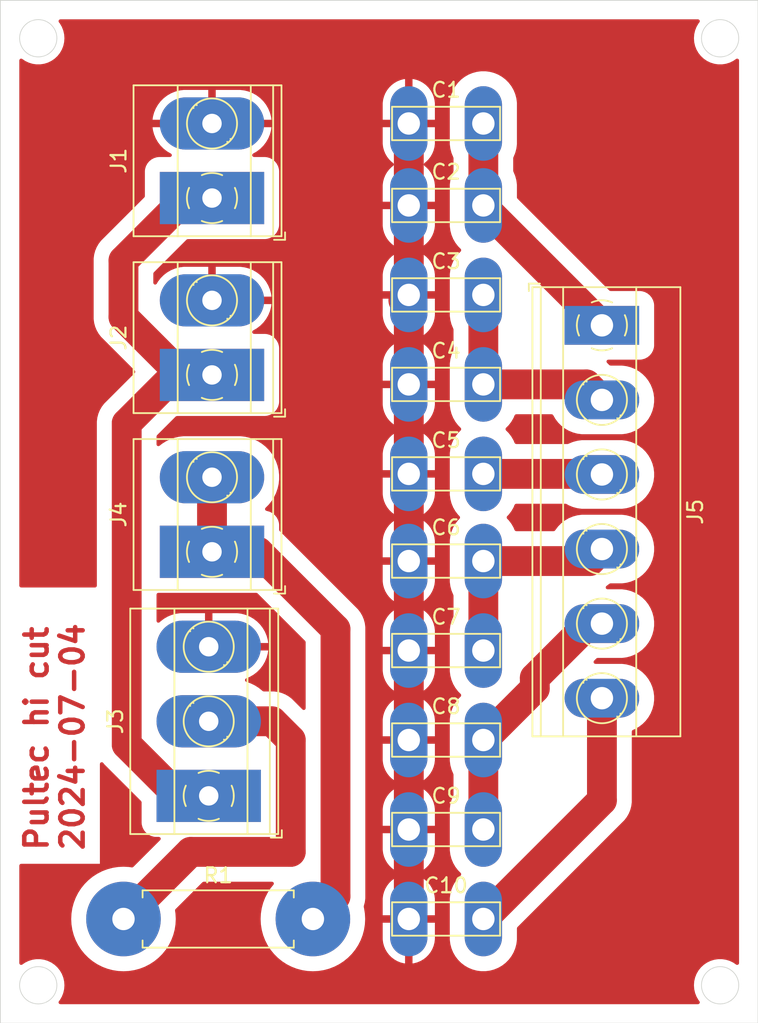
<source format=kicad_pcb>
(kicad_pcb (version 20240108) (generator "pcbnew") (generator_version "8.0")
  (layers (0 "F.Cu" signal) (31 "B.Cu" signal) (34 "B.Paste" user) (35 "F.Paste" user) (36 "B.SilkS" user "B.Silkscreen") (37 "F.SilkS" user "F.Silkscreen") (38 "B.Mask" user) (39 "F.Mask" user) (44 "Edge.Cuts" user))
  (net 0 "")
  (net 1 "Net-(J5-Pin_1)")
  (net 2 "GND")
  (net 3 "Net-(J5-Pin_2)")
  (net 4 "Net-(J5-Pin_3)")
  (net 5 "Net-(J5-Pin_4)")
  (net 6 "Net-(J5-Pin_5)")
  (net 7 "Net-(J5-Pin_6)")
  (net 8 "Net-(J1-Pin_1)")
  (net 9 "Net-(J3-Pin_2)")
  (net 10 "Net-(J4-Pin_1)")
  (footprint "OL Library:C_Rect_L7.0mm_W2.0mm_P5.00mm_Fat_Pad" (layer "F.Cu") (at 133.43 59.185)
    (property "Reference" "C6" (at 2.5 -2.25 0) (layer "F.SilkS"))
    (property "Value" "22n")
    (fp_line (start -1.12 -1.12) (end -1.12 1.12) (stroke (width 0.12)) (layer "F.SilkS"))
    (fp_line (start -1.12 -1.12) (end 6.12 -1.12) (stroke (width 0.12)) (layer "F.SilkS"))
    (fp_line (start -1.12 1.12) (end 6.12 1.12) (stroke (width 0.12)) (layer "F.SilkS"))
    (fp_line (start 6.12 -1.12) (end 6.12 1.12) (stroke (width 0.12)) (layer "F.SilkS"))
    (pad "1" thru_hole oval (at 0 0) (size 2.5 5) (drill 1.5) (layers "*.Cu" "*.Mask") (net 2 "GND"))
    (pad "2" thru_hole oval (at 5 0) (size 2.5 5) (drill 1.5) (layers "*.Cu" "*.Mask") (net 5 "Net-(J5-Pin_4)"))
  )
  (footprint "OL Library:TerminalBlock_Phoenix_MKDS-1,5-2_1x02_P5.00mm_Horizontal Fat Pad" (layer "F.Cu") (at 120.235 58.565 90)
    (property "Reference" "J4" (at 2.5 -6.26 90) (layer "F.SilkS"))
    (property "Value" "Hi Cut Selector Send")
    (fp_line (start 7.56 -5.261) (end 7.56 4.66) (stroke (width 0.12)) (layer "F.SilkS"))
    (fp_line (start -2.56 -5.261) (end 7.56 -5.261) (stroke (width 0.12)) (layer "F.SilkS"))
    (fp_line (start -2.56 -5.261) (end -2.56 4.66) (stroke (width 0.12)) (layer "F.SilkS"))
    (fp_line (start -2.56 -2.301) (end 7.56 -2.301) (stroke (width 0.12)) (layer "F.SilkS"))
    (fp_line (start 6.07 -1.275) (end 6.035 -1.239) (stroke (width 0.12)) (layer "F.SilkS"))
    (fp_line (start 6.275 -1.069) (end 6.228 -1.023) (stroke (width 0.12)) (layer "F.SilkS"))
    (fp_line (start 3.773 1.023) (end 3.726 1.069) (stroke (width 0.12)) (layer "F.SilkS"))
    (fp_line (start 3.966 1.239) (end 3.931 1.274) (stroke (width 0.12)) (layer "F.SilkS"))
    (fp_line (start -2.56 2.6) (end 7.56 2.6) (stroke (width 0.12)) (layer "F.SilkS"))
    (fp_line (start -2.56 4.1) (end 7.56 4.1) (stroke (width 0.12)) (layer "F.SilkS"))
    (fp_line (start -2.8 4.16) (end -2.8 4.9) (stroke (width 0.12)) (layer "F.SilkS"))
    (fp_line (start -2.56 4.66) (end 7.56 4.66) (stroke (width 0.12)) (layer "F.SilkS"))
    (fp_line (start -2.8 4.9) (end -2.3 4.9) (stroke (width 0.12)) (layer "F.SilkS"))
    (fp_arc (start -0.683042 -1.535427) (mid 0.000524 -1.680501) (end 0.684 -1.535) (stroke (width 0.12)) (layer "F.SilkS"))
    (fp_arc (start 1.535427 -0.683042) (mid 1.680501 0.000524) (end 1.535 0.684) (stroke (width 0.12)) (layer "F.SilkS"))
    (fp_arc (start -1.535427 0.683042) (mid -1.680501 -0.000524) (end -1.535 -0.684) (stroke (width 0.12)) (layer "F.SilkS"))
    (fp_arc (start 0.683318 1.534756) (mid 0.349292 1.643288) (end 0 1.68) (stroke (width 0.12)) (layer "F.SilkS"))
    (fp_arc (start 0.028805 1.680253) (mid -0.335551 1.646659) (end -0.684 1.535) (stroke (width 0.12)) (layer "F.SilkS"))
    (fp_circle (center 5 0) (end 6.68 0) (stroke (width 0.12)) (fill none) (layer "F.SilkS"))
    (pad "1" thru_hole rect (at 0 0 90) (size 3.5 7) (drill 1.3) (layers "*.Cu" "*.Mask") (net 10 "Net-(J4-Pin_1)"))
    (pad "2" thru_hole oval (at 5 0 90) (size 3.5 7) (drill 1.3) (layers "*.Cu" "*.Mask") (net 10 "Net-(J4-Pin_1)"))
  )
  (footprint "OL Library:TerminalBlock_Phoenix_MKDS-1,5-2_1x02_P5.00mm_Horizontal Fat Pad" (layer "F.Cu") (at 120.235 46.705 90)
    (property "Reference" "J2" (at 2.5 -6.26 90) (layer "F.SilkS"))
    (property "Value" "OUT")
    (fp_line (start 7.56 -5.261) (end 7.56 4.66) (stroke (width 0.12)) (layer "F.SilkS"))
    (fp_line (start -2.56 -5.261) (end 7.56 -5.261) (stroke (width 0.12)) (layer "F.SilkS"))
    (fp_line (start -2.56 -5.261) (end -2.56 4.66) (stroke (width 0.12)) (layer "F.SilkS"))
    (fp_line (start -2.56 -2.301) (end 7.56 -2.301) (stroke (width 0.12)) (layer "F.SilkS"))
    (fp_line (start 6.07 -1.275) (end 6.035 -1.239) (stroke (width 0.12)) (layer "F.SilkS"))
    (fp_line (start 6.275 -1.069) (end 6.228 -1.023) (stroke (width 0.12)) (layer "F.SilkS"))
    (fp_line (start 3.773 1.023) (end 3.726 1.069) (stroke (width 0.12)) (layer "F.SilkS"))
    (fp_line (start 3.966 1.239) (end 3.931 1.274) (stroke (width 0.12)) (layer "F.SilkS"))
    (fp_line (start -2.56 2.6) (end 7.56 2.6) (stroke (width 0.12)) (layer "F.SilkS"))
    (fp_line (start -2.56 4.1) (end 7.56 4.1) (stroke (width 0.12)) (layer "F.SilkS"))
    (fp_line (start -2.8 4.16) (end -2.8 4.9) (stroke (width 0.12)) (layer "F.SilkS"))
    (fp_line (start -2.56 4.66) (end 7.56 4.66) (stroke (width 0.12)) (layer "F.SilkS"))
    (fp_line (start -2.8 4.9) (end -2.3 4.9) (stroke (width 0.12)) (layer "F.SilkS"))
    (fp_arc (start -0.683042 -1.535427) (mid 0.000524 -1.680501) (end 0.684 -1.535) (stroke (width 0.12)) (layer "F.SilkS"))
    (fp_arc (start 1.535427 -0.683042) (mid 1.680501 0.000524) (end 1.535 0.684) (stroke (width 0.12)) (layer "F.SilkS"))
    (fp_arc (start -1.535427 0.683042) (mid -1.680501 -0.000524) (end -1.535 -0.684) (stroke (width 0.12)) (layer "F.SilkS"))
    (fp_arc (start 0.683318 1.534756) (mid 0.349292 1.643288) (end 0 1.68) (stroke (width 0.12)) (layer "F.SilkS"))
    (fp_arc (start 0.028805 1.680253) (mid -0.335551 1.646659) (end -0.684 1.535) (stroke (width 0.12)) (layer "F.SilkS"))
    (fp_circle (center 5 0) (end 6.68 0) (stroke (width 0.12)) (fill none) (layer "F.SilkS"))
    (pad "1" thru_hole rect (at 0 0 90) (size 3.5 7) (drill 1.3) (layers "*.Cu" "*.Mask") (net 8 "Net-(J1-Pin_1)"))
    (pad "2" thru_hole oval (at 5 0 90) (size 3.5 7) (drill 1.3) (layers "*.Cu" "*.Mask") (net 2 "GND"))
  )
  (footprint "OL Library:C_Rect_L7.0mm_W2.0mm_P5.00mm_Fat_Pad" (layer "F.Cu") (at 133.43 77.185)
    (property "Reference" "C9" (at 2.5 -2.25 0) (layer "F.SilkS"))
    (property "Value" "2n2")
    (fp_line (start -1.12 -1.12) (end -1.12 1.12) (stroke (width 0.12)) (layer "F.SilkS"))
    (fp_line (start -1.12 -1.12) (end 6.12 -1.12) (stroke (width 0.12)) (layer "F.SilkS"))
    (fp_line (start -1.12 1.12) (end 6.12 1.12) (stroke (width 0.12)) (layer "F.SilkS"))
    (fp_line (start 6.12 -1.12) (end 6.12 1.12) (stroke (width 0.12)) (layer "F.SilkS"))
    (pad "1" thru_hole oval (at 0 0) (size 2.5 5) (drill 1.5) (layers "*.Cu" "*.Mask") (net 2 "GND"))
    (pad "2" thru_hole oval (at 5 0) (size 2.5 5) (drill 1.5) (layers "*.Cu" "*.Mask") (net 6 "Net-(J5-Pin_5)"))
  )
  (footprint "OL Library:TerminalBlock_Phoenix_MKDS-1,5-6_1x06_P5.00mm_Horizontal_Fat_Pad" (layer "F.Cu") (at 146.38 43.38 -90)
    (property "Reference" "J5" (at 12.5 -6.26 90) (layer "F.SilkS"))
    (property "Value" "Hi Cut Selector Return")
    (fp_line (start -2.8 4.9) (end -2.3 4.9) (stroke (width 0.12)) (layer "F.SilkS"))
    (fp_line (start -2.56 4.66) (end 27.56 4.66) (stroke (width 0.12)) (layer "F.SilkS"))
    (fp_line (start -2.8 4.16) (end -2.8 4.9) (stroke (width 0.12)) (layer "F.SilkS"))
    (fp_line (start -2.56 4.1) (end 27.56 4.1) (stroke (width 0.12)) (layer "F.SilkS"))
    (fp_line (start -2.56 2.6) (end 27.56 2.6) (stroke (width 0.12)) (layer "F.SilkS"))
    (fp_line (start 3.966 1.239) (end 3.931 1.274) (stroke (width 0.12)) (layer "F.SilkS"))
    (fp_line (start 8.966 1.239) (end 8.931 1.274) (stroke (width 0.12)) (layer "F.SilkS"))
    (fp_line (start 13.966 1.239) (end 13.931 1.274) (stroke (width 0.12)) (layer "F.SilkS"))
    (fp_line (start 18.966 1.239) (end 18.931 1.274) (stroke (width 0.12)) (layer "F.SilkS"))
    (fp_line (start 23.966 1.239) (end 23.931 1.274) (stroke (width 0.12)) (layer "F.SilkS"))
    (fp_line (start 3.773 1.023) (end 3.726 1.069) (stroke (width 0.12)) (layer "F.SilkS"))
    (fp_line (start 8.773 1.023) (end 8.726 1.069) (stroke (width 0.12)) (layer "F.SilkS"))
    (fp_line (start 13.773 1.023) (end 13.726 1.069) (stroke (width 0.12)) (layer "F.SilkS"))
    (fp_line (start 18.773 1.023) (end 18.726 1.069) (stroke (width 0.12)) (layer "F.SilkS"))
    (fp_line (start 23.773 1.023) (end 23.726 1.069) (stroke (width 0.12)) (layer "F.SilkS"))
    (fp_line (start 6.275 -1.069) (end 6.228 -1.023) (stroke (width 0.12)) (layer "F.SilkS"))
    (fp_line (start 11.275 -1.069) (end 11.228 -1.023) (stroke (width 0.12)) (layer "F.SilkS"))
    (fp_line (start 16.275 -1.069) (end 16.228 -1.023) (stroke (width 0.12)) (layer "F.SilkS"))
    (fp_line (start 21.275 -1.069) (end 21.228 -1.023) (stroke (width 0.12)) (layer "F.SilkS"))
    (fp_line (start 26.275 -1.069) (end 26.228 -1.023) (stroke (width 0.12)) (layer "F.SilkS"))
    (fp_line (start 6.07 -1.275) (end 6.035 -1.239) (stroke (width 0.12)) (layer "F.SilkS"))
    (fp_line (start 11.07 -1.275) (end 11.035 -1.239) (stroke (width 0.12)) (layer "F.SilkS"))
    (fp_line (start 16.07 -1.275) (end 16.035 -1.239) (stroke (width 0.12)) (layer "F.SilkS"))
    (fp_line (start 21.07 -1.275) (end 21.035 -1.239) (stroke (width 0.12)) (layer "F.SilkS"))
    (fp_line (start 26.07 -1.275) (end 26.035 -1.239) (stroke (width 0.12)) (layer "F.SilkS"))
    (fp_line (start -2.56 -2.301) (end 27.56 -2.301) (stroke (width 0.12)) (layer "F.SilkS"))
    (fp_line (start -2.56 -5.261) (end -2.56 4.66) (stroke (width 0.12)) (layer "F.SilkS"))
    (fp_line (start -2.56 -5.261) (end 27.56 -5.261) (stroke (width 0.12)) (layer "F.SilkS"))
    (fp_line (start 27.56 -5.261) (end 27.56 4.66) (stroke (width 0.12)) (layer "F.SilkS"))
    (fp_arc (start 0.028805 1.680253) (mid -0.335551 1.646659) (end -0.684 1.535) (stroke (width 0.12)) (layer "F.SilkS"))
    (fp_arc (start 0.683318 1.534756) (mid 0.349292 1.643288) (end 0 1.68) (stroke (width 0.12)) (layer "F.SilkS"))
    (fp_arc (start -1.535427 0.683042) (mid -1.680501 -0.000524) (end -1.535 -0.684) (stroke (width 0.12)) (layer "F.SilkS"))
    (fp_arc (start 1.535427 -0.683042) (mid 1.680501 0.000524) (end 1.535 0.684) (stroke (width 0.12)) (layer "F.SilkS"))
    (fp_arc (start -0.683042 -1.535427) (mid 0.000524 -1.680501) (end 0.684 -1.535) (stroke (width 0.12)) (layer "F.SilkS"))
    (fp_circle (center 5 0) (end 6.68 0) (stroke (width 0.12)) (fill none) (layer "F.SilkS"))
    (fp_circle (center 10 0) (end 11.68 0) (stroke (width 0.12)) (fill none) (layer "F.SilkS"))
    (fp_circle (center 15 0) (end 16.68 0) (stroke (width 0.12)) (fill none) (layer "F.SilkS"))
    (fp_circle (center 20 0) (end 21.68 0) (stroke (width 0.12)) (fill none) (layer "F.SilkS"))
    (fp_circle (center 25 0) (end 26.68 0) (stroke (width 0.12)) (fill none) (layer "F.SilkS"))
    (pad "1" thru_hole rect (at 0 0 270) (size 2.6 5) (drill 1.5) (layers "*.Cu" "*.Mask") (net 1 "Net-(J5-Pin_1)"))
    (pad "2" thru_hole oval (at 5 0 270) (size 2.6 5) (drill 1.5) (layers "*.Cu" "*.Mask") (net 3 "Net-(J5-Pin_2)"))
    (pad "3" thru_hole oval (at 10 0 270) (size 2.6 5) (drill 1.5) (layers "*.Cu" "*.Mask") (net 4 "Net-(J5-Pin_3)"))
    (pad "4" thru_hole oval (at 15 0 270) (size 2.6 5) (drill 1.5) (layers "*.Cu" "*.Mask") (net 5 "Net-(J5-Pin_4)"))
    (pad "5" thru_hole oval (at 20 0 270) (size 2.6 5) (drill 1.5) (layers "*.Cu" "*.Mask") (net 6 "Net-(J5-Pin_5)"))
    (pad "6" thru_hole oval (at 25 0 270) (size 2.6 5) (drill 1.5) (layers "*.Cu" "*.Mask") (net 7 "Net-(J5-Pin_6)"))
  )
  (footprint "OL Library:TerminalBlock_Phoenix_MKDS-1,5-2_1x02_P5.00mm_Horizontal Fat Pad" (layer "F.Cu") (at 120.235 34.845 90)
    (property "Reference" "J1" (at 2.5 -6.26 90) (layer "F.SilkS"))
    (property "Value" "IN")
    (fp_line (start 7.56 -5.261) (end 7.56 4.66) (stroke (width 0.12)) (layer "F.SilkS"))
    (fp_line (start -2.56 -5.261) (end 7.56 -5.261) (stroke (width 0.12)) (layer "F.SilkS"))
    (fp_line (start -2.56 -5.261) (end -2.56 4.66) (stroke (width 0.12)) (layer "F.SilkS"))
    (fp_line (start -2.56 -2.301) (end 7.56 -2.301) (stroke (width 0.12)) (layer "F.SilkS"))
    (fp_line (start 6.07 -1.275) (end 6.035 -1.239) (stroke (width 0.12)) (layer "F.SilkS"))
    (fp_line (start 6.275 -1.069) (end 6.228 -1.023) (stroke (width 0.12)) (layer "F.SilkS"))
    (fp_line (start 3.773 1.023) (end 3.726 1.069) (stroke (width 0.12)) (layer "F.SilkS"))
    (fp_line (start 3.966 1.239) (end 3.931 1.274) (stroke (width 0.12)) (layer "F.SilkS"))
    (fp_line (start -2.56 2.6) (end 7.56 2.6) (stroke (width 0.12)) (layer "F.SilkS"))
    (fp_line (start -2.56 4.1) (end 7.56 4.1) (stroke (width 0.12)) (layer "F.SilkS"))
    (fp_line (start -2.8 4.16) (end -2.8 4.9) (stroke (width 0.12)) (layer "F.SilkS"))
    (fp_line (start -2.56 4.66) (end 7.56 4.66) (stroke (width 0.12)) (layer "F.SilkS"))
    (fp_line (start -2.8 4.9) (end -2.3 4.9) (stroke (width 0.12)) (layer "F.SilkS"))
    (fp_arc (start -0.683042 -1.535427) (mid 0.000524 -1.680501) (end 0.684 -1.535) (stroke (width 0.12)) (layer "F.SilkS"))
    (fp_arc (start 1.535427 -0.683042) (mid 1.680501 0.000524) (end 1.535 0.684) (stroke (width 0.12)) (layer "F.SilkS"))
    (fp_arc (start -1.535427 0.683042) (mid -1.680501 -0.000524) (end -1.535 -0.684) (stroke (width 0.12)) (layer "F.SilkS"))
    (fp_arc (start 0.683318 1.534756) (mid 0.349292 1.643288) (end 0 1.68) (stroke (width 0.12)) (layer "F.SilkS"))
    (fp_arc (start 0.028805 1.680253) (mid -0.335551 1.646659) (end -0.684 1.535) (stroke (width 0.12)) (layer "F.SilkS"))
    (fp_circle (center 5 0) (end 6.68 0) (stroke (width 0.12)) (fill none) (layer "F.SilkS"))
    (pad "1" thru_hole rect (at 0 0 90) (size 3.5 7) (drill 1.3) (layers "*.Cu" "*.Mask") (net 8 "Net-(J1-Pin_1)"))
    (pad "2" thru_hole oval (at 5 0 90) (size 3.5 7) (drill 1.3) (layers "*.Cu" "*.Mask") (net 2 "GND"))
  )
  (footprint "OL Library:C_Rect_L7.0mm_W2.0mm_P5.00mm_Fat_Pad" (layer "F.Cu") (at 133.43 53.34)
    (property "Reference" "C5" (at 2.5 -2.25 0) (layer "F.SilkS"))
    (property "Value" "47n")
    (fp_line (start -1.12 -1.12) (end -1.12 1.12) (stroke (width 0.12)) (layer "F.SilkS"))
    (fp_line (start -1.12 -1.12) (end 6.12 -1.12) (stroke (width 0.12)) (layer "F.SilkS"))
    (fp_line (start -1.12 1.12) (end 6.12 1.12) (stroke (width 0.12)) (layer "F.SilkS"))
    (fp_line (start 6.12 -1.12) (end 6.12 1.12) (stroke (width 0.12)) (layer "F.SilkS"))
    (pad "1" thru_hole oval (at 0 0) (size 2.5 5) (drill 1.5) (layers "*.Cu" "*.Mask") (net 2 "GND"))
    (pad "2" thru_hole oval (at 5 0) (size 2.5 5) (drill 1.5) (layers "*.Cu" "*.Mask") (net 4 "Net-(J5-Pin_3)"))
  )
  (footprint "OL Library:C_Rect_L7.0mm_W2.0mm_P5.00mm_Fat_Pad" (layer "F.Cu") (at 133.43 65.185)
    (property "Reference" "C7" (at 2.5 -2.25 0) (layer "F.SilkS"))
    (property "Value" "10n")
    (fp_line (start -1.12 -1.12) (end -1.12 1.12) (stroke (width 0.12)) (layer "F.SilkS"))
    (fp_line (start -1.12 -1.12) (end 6.12 -1.12) (stroke (width 0.12)) (layer "F.SilkS"))
    (fp_line (start -1.12 1.12) (end 6.12 1.12) (stroke (width 0.12)) (layer "F.SilkS"))
    (fp_line (start 6.12 -1.12) (end 6.12 1.12) (stroke (width 0.12)) (layer "F.SilkS"))
    (pad "1" thru_hole oval (at 0 0) (size 2.5 5) (drill 1.5) (layers "*.Cu" "*.Mask") (net 2 "GND"))
    (pad "2" thru_hole oval (at 5 0) (size 2.5 5) (drill 1.5) (layers "*.Cu" "*.Mask") (net 5 "Net-(J5-Pin_4)"))
  )
  (footprint "OL Library:C_Rect_L7.0mm_W2.0mm_P5.00mm_Fat_Pad" (layer "F.Cu") (at 133.43 41.34)
    (property "Reference" "C3" (at 2.5 -2.25 0) (layer "F.SilkS"))
    (property "Value" "47n")
    (fp_line (start -1.12 -1.12) (end -1.12 1.12) (stroke (width 0.12)) (layer "F.SilkS"))
    (fp_line (start -1.12 -1.12) (end 6.12 -1.12) (stroke (width 0.12)) (layer "F.SilkS"))
    (fp_line (start -1.12 1.12) (end 6.12 1.12) (stroke (width 0.12)) (layer "F.SilkS"))
    (fp_line (start 6.12 -1.12) (end 6.12 1.12) (stroke (width 0.12)) (layer "F.SilkS"))
    (pad "1" thru_hole oval (at 0 0) (size 2.5 5) (drill 1.5) (layers "*.Cu" "*.Mask") (net 2 "GND"))
    (pad "2" thru_hole oval (at 5 0) (size 2.5 5) (drill 1.5) (layers "*.Cu" "*.Mask") (net 3 "Net-(J5-Pin_2)"))
  )
  (footprint "OL Library:C_Rect_L7.0mm_W2.0mm_P5.00mm_Fat_Pad" (layer "F.Cu") (at 133.43 35.34)
    (property "Reference" "C2" (at 2.5 -2.25 0) (layer "F.SilkS"))
    (property "Value" "33n")
    (fp_line (start -1.12 -1.12) (end -1.12 1.12) (stroke (width 0.12)) (layer "F.SilkS"))
    (fp_line (start -1.12 -1.12) (end 6.12 -1.12) (stroke (width 0.12)) (layer "F.SilkS"))
    (fp_line (start -1.12 1.12) (end 6.12 1.12) (stroke (width 0.12)) (layer "F.SilkS"))
    (fp_line (start 6.12 -1.12) (end 6.12 1.12) (stroke (width 0.12)) (layer "F.SilkS"))
    (pad "1" thru_hole oval (at 0 0) (size 2.5 5) (drill 1.5) (layers "*.Cu" "*.Mask") (net 2 "GND"))
    (pad "2" thru_hole oval (at 5 0) (size 2.5 5) (drill 1.5) (layers "*.Cu" "*.Mask") (net 1 "Net-(J5-Pin_1)"))
  )
  (footprint "OL Library:TerminalBlock_Phoenix_MKDS-1,5-3_1x03_P5.00mm_Horizontal Fat Pad" (layer "F.Cu") (at 120.015 74.93 90)
    (property "Reference" "J3" (at 5 -6.26 90) (layer "F.SilkS"))
    (property "Value" "HI CUT")
    (fp_line (start 12.56 -5.261) (end 12.56 4.66) (stroke (width 0.12)) (layer "F.SilkS"))
    (fp_line (start -2.56 -5.261) (end 12.56 -5.261) (stroke (width 0.12)) (layer "F.SilkS"))
    (fp_line (start -2.56 -5.261) (end -2.56 4.66) (stroke (width 0.12)) (layer "F.SilkS"))
    (fp_line (start -2.56 -2.301) (end 12.56 -2.301) (stroke (width 0.12)) (layer "F.SilkS"))
    (fp_line (start 11.07 -1.275) (end 11.035 -1.239) (stroke (width 0.12)) (layer "F.SilkS"))
    (fp_line (start 6.07 -1.275) (end 6.035 -1.239) (stroke (width 0.12)) (layer "F.SilkS"))
    (fp_line (start 11.275 -1.069) (end 11.228 -1.023) (stroke (width 0.12)) (layer "F.SilkS"))
    (fp_line (start 6.275 -1.069) (end 6.228 -1.023) (stroke (width 0.12)) (layer "F.SilkS"))
    (fp_line (start 8.773 1.023) (end 8.726 1.069) (stroke (width 0.12)) (layer "F.SilkS"))
    (fp_line (start 3.773 1.023) (end 3.726 1.069) (stroke (width 0.12)) (layer "F.SilkS"))
    (fp_line (start 8.966 1.239) (end 8.931 1.274) (stroke (width 0.12)) (layer "F.SilkS"))
    (fp_line (start 3.966 1.239) (end 3.931 1.274) (stroke (width 0.12)) (layer "F.SilkS"))
    (fp_line (start -2.56 2.6) (end 12.56 2.6) (stroke (width 0.12)) (layer "F.SilkS"))
    (fp_line (start -2.56 4.1) (end 12.56 4.1) (stroke (width 0.12)) (layer "F.SilkS"))
    (fp_line (start -2.8 4.16) (end -2.8 4.9) (stroke (width 0.12)) (layer "F.SilkS"))
    (fp_line (start -2.56 4.66) (end 12.56 4.66) (stroke (width 0.12)) (layer "F.SilkS"))
    (fp_line (start -2.8 4.9) (end -2.3 4.9) (stroke (width 0.12)) (layer "F.SilkS"))
    (fp_arc (start -0.683042 -1.535427) (mid 0.000524 -1.680501) (end 0.684 -1.535) (stroke (width 0.12)) (layer "F.SilkS"))
    (fp_arc (start 1.535427 -0.683042) (mid 1.680501 0.000524) (end 1.535 0.684) (stroke (width 0.12)) (layer "F.SilkS"))
    (fp_arc (start -1.535427 0.683042) (mid -1.680501 -0.000524) (end -1.535 -0.684) (stroke (width 0.12)) (layer "F.SilkS"))
    (fp_arc (start 0.683318 1.534756) (mid 0.349292 1.643288) (end 0 1.68) (stroke (width 0.12)) (layer "F.SilkS"))
    (fp_arc (start 0.028805 1.680253) (mid -0.335551 1.646659) (end -0.684 1.535) (stroke (width 0.12)) (layer "F.SilkS"))
    (fp_circle (center 10 0) (end 11.68 0) (stroke (width 0.12)) (fill none) (layer "F.SilkS"))
    (fp_circle (center 5 0) (end 6.68 0) (stroke (width 0.12)) (fill none) (layer "F.SilkS"))
    (pad "1" thru_hole rect (at 0 0 90) (size 3.5 7) (drill 1.3) (layers "*.Cu" "*.Mask") (net 8 "Net-(J1-Pin_1)"))
    (pad "2" thru_hole oval (at 5 0 90) (size 3.5 7) (drill 1.3) (layers "*.Cu" "*.Mask") (net 9 "Net-(J3-Pin_2)"))
    (pad "3" thru_hole oval (at 10 0 90) (size 3.5 7) (drill 1.3) (layers "*.Cu" "*.Mask") (net 2 "GND"))
  )
  (footprint "OL Library:C_Rect_L7.0mm_W2.0mm_P5.00mm_Fat_Pad" (layer "F.Cu") (at 133.43 83.185)
    (property "Reference" "C10" (at 2.5 -2.25 0) (layer "F.SilkS"))
    (property "Value" "15n")
    (fp_line (start -1.12 -1.12) (end -1.12 1.12) (stroke (width 0.12)) (layer "F.SilkS"))
    (fp_line (start -1.12 -1.12) (end 6.12 -1.12) (stroke (width 0.12)) (layer "F.SilkS"))
    (fp_line (start -1.12 1.12) (end 6.12 1.12) (stroke (width 0.12)) (layer "F.SilkS"))
    (fp_line (start 6.12 -1.12) (end 6.12 1.12) (stroke (width 0.12)) (layer "F.SilkS"))
    (pad "1" thru_hole oval (at 0 0) (size 2.5 5) (drill 1.5) (layers "*.Cu" "*.Mask") (net 2 "GND"))
    (pad "2" thru_hole oval (at 5 0) (size 2.5 5) (drill 1.5) (layers "*.Cu" "*.Mask") (net 7 "Net-(J5-Pin_6)"))
  )
  (footprint "OL Library:C_Rect_L7.0mm_W2.0mm_P5.00mm_Fat_Pad" (layer "F.Cu") (at 133.43 29.845)
    (property "Reference" "C1" (at 2.5 -2.25 0) (layer "F.SilkS"))
    (property "Value" "47n")
    (fp_line (start -1.12 -1.12) (end -1.12 1.12) (stroke (width 0.12)) (layer "F.SilkS"))
    (fp_line (start -1.12 -1.12) (end 6.12 -1.12) (stroke (width 0.12)) (layer "F.SilkS"))
    (fp_line (start -1.12 1.12) (end 6.12 1.12) (stroke (width 0.12)) (layer "F.SilkS"))
    (fp_line (start 6.12 -1.12) (end 6.12 1.12) (stroke (width 0.12)) (layer "F.SilkS"))
    (pad "1" thru_hole oval (at 0 0) (size 2.5 5) (drill 1.5) (layers "*.Cu" "*.Mask") (net 2 "GND"))
    (pad "2" thru_hole oval (at 5 0) (size 2.5 5) (drill 1.5) (layers "*.Cu" "*.Mask") (net 1 "Net-(J5-Pin_1)"))
  )
  (footprint "OL Library:C_Rect_L7.0mm_W2.0mm_P5.00mm_Fat_Pad" (layer "F.Cu") (at 133.43 47.34)
    (property "Reference" "C4" (at 2.5 -2.25 0) (layer "F.SilkS"))
    (property "Value" "10n")
    (fp_line (start -1.12 -1.12) (end -1.12 1.12) (stroke (width 0.12)) (layer "F.SilkS"))
    (fp_line (start -1.12 -1.12) (end 6.12 -1.12) (stroke (width 0.12)) (layer "F.SilkS"))
    (fp_line (start -1.12 1.12) (end 6.12 1.12) (stroke (width 0.12)) (layer "F.SilkS"))
    (fp_line (start 6.12 -1.12) (end 6.12 1.12) (stroke (width 0.12)) (layer "F.SilkS"))
    (pad "1" thru_hole oval (at 0 0) (size 2.5 5) (drill 1.5) (layers "*.Cu" "*.Mask") (net 2 "GND"))
    (pad "2" thru_hole oval (at 5 0) (size 2.5 5) (drill 1.5) (layers "*.Cu" "*.Mask") (net 3 "Net-(J5-Pin_2)"))
  )
  (footprint "OL Library:R_Axial_DIN0411_L9.9mm_D3.6mm_P12.70mm_Horizontal Fat Pad" (layer "F.Cu") (at 114.3 83.185)
    (property "Reference" "R1" (at 6.35 -2.92 0) (layer "F.SilkS"))
    (property "Value" "430R")
    (fp_line (start 1.28 -1.92) (end 11.42 -1.92) (stroke (width 0.12)) (layer "F.SilkS"))
    (fp_line (start 1.28 -1.44) (end 1.28 -1.92) (stroke (width 0.12)) (layer "F.SilkS"))
    (fp_line (start 1.28 1.44) (end 1.28 1.92) (stroke (width 0.12)) (layer "F.SilkS"))
    (fp_line (start 1.28 1.92) (end 11.42 1.92) (stroke (width 0.12)) (layer "F.SilkS"))
    (fp_line (start 11.42 -1.92) (end 11.42 -1.44) (stroke (width 0.12)) (layer "F.SilkS"))
    (fp_line (start 11.42 1.92) (end 11.42 1.44) (stroke (width 0.12)) (layer "F.SilkS"))
    (pad "1" thru_hole circle (at 0 0) (size 5 5) (drill 1.5) (layers "*.Cu" "*.Mask") (net 9 "Net-(J3-Pin_2)"))
    (pad "2" thru_hole circle (at 12.7 0) (size 5 5) (drill 1.5) (layers "*.Cu" "*.Mask") (net 10 "Net-(J4-Pin_1)"))
  )
  (footprint "OL Library:C_Rect_L7.0mm_W2.0mm_P5.00mm_Fat_Pad" (layer "F.Cu") (at 133.43 71.185)
    (property "Reference" "C8" (at 2.5 -2.25 0) (layer "F.SilkS"))
    (property "Value" "22n")
    (fp_line (start -1.12 -1.12) (end -1.12 1.12) (stroke (width 0.12)) (layer "F.SilkS"))
    (fp_line (start -1.12 -1.12) (end 6.12 -1.12) (stroke (width 0.12)) (layer "F.SilkS"))
    (fp_line (start -1.12 1.12) (end 6.12 1.12) (stroke (width 0.12)) (layer "F.SilkS"))
    (fp_line (start 6.12 -1.12) (end 6.12 1.12) (stroke (width 0.12)) (layer "F.SilkS"))
    (pad "1" thru_hole oval (at 0 0) (size 2.5 5) (drill 1.5) (layers "*.Cu" "*.Mask") (net 2 "GND"))
    (pad "2" thru_hole oval (at 5 0) (size 2.5 5) (drill 1.5) (layers "*.Cu" "*.Mask") (net 6 "Net-(J5-Pin_5)"))
  )
  (gr_circle (center 154.305 24.13) (end 155.555 24.13) (stroke (width 0.05)) (fill none) (layer "Edge.Cuts"))
  (gr_circle (center 108.585 87.63) (end 109.835 87.63) (stroke (width 0.05)) (fill none) (layer "Edge.Cuts"))
  (gr_circle (center 108.585 24.13) (end 109.835 24.13) (stroke (width 0.05)) (fill none) (layer "Edge.Cuts"))
  (gr_rect (start 106.045 21.59) (end 156.845 90.17) (stroke (width 0.05)) (fill none) (layer "Edge.Cuts"))
  (gr_circle (center 154.305 87.63) (end 155.555 87.63) (stroke (width 0.05)) (fill none) (layer "Edge.Cuts"))
  (gr_text "Pultec hi cut\n2024-07-04" (at 111.76 78.74 90) (layer "F.Cu") (effects (font (size 1.5 1.5) (thickness 0.3) (bold yes)) (justify left bottom)))
  (segment (start 138.43 29.845) (end 138.43 35.34) (width 2) (layer "F.Cu") (net 1))
  (segment (start 138.43 35.34) (end 138.43 35.43) (width 2) (layer "F.Cu") (net 1))
  (segment (start 138.43 35.43) (end 146.38 43.38) (width 2) (layer "F.Cu") (net 1))
  (segment (start 133.43 53.34) (end 133.43 59.185) (width 2) (layer "F.Cu") (net 2))
  (segment (start 133.065 41.705) (end 133.43 41.34) (width 2) (layer "F.Cu") (net 2))
  (segment (start 133.43 77.185) (end 133.43 83.185) (width 2) (layer "F.Cu") (net 2))
  (segment (start 133.43 35.34) (end 133.43 41.34) (width 2) (layer "F.Cu") (net 2))
  (segment (start 133.43 29.845) (end 133.43 35.34) (width 2) (layer "F.Cu") (net 2))
  (segment (start 133.43 65.185) (end 133.43 71.185) (width 2) (layer "F.Cu") (net 2))
  (segment (start 133.43 71.185) (end 133.43 77.185) (width 2) (layer "F.Cu") (net 2))
  (segment (start 133.43 47.34) (end 133.43 53.34) (width 2) (layer "F.Cu") (net 2))
  (segment (start 133.43 59.185) (end 133.43 65.185) (width 2) (layer "F.Cu") (net 2))
  (segment (start 133.175 64.93) (end 133.43 65.185) (width 2) (layer "F.Cu") (net 2))
  (segment (start 133.43 41.34) (end 133.43 47.34) (width 2) (layer "F.Cu") (net 2))
  (segment (start 138.43 47.34) (end 145.34 47.34) (width 2) (layer "F.Cu") (net 3))
  (segment (start 145.34 47.34) (end 146.38 48.38) (width 2) (layer "F.Cu") (net 3))
  (segment (start 138.43 41.34) (end 138.43 47.34) (width 2) (layer "F.Cu") (net 3))
  (segment (start 146.34 53.34) (end 146.38 53.38) (width 2) (layer "F.Cu") (net 4))
  (segment (start 138.43 53.34) (end 146.34 53.34) (width 2) (layer "F.Cu") (net 4))
  (segment (start 138.43 59.185) (end 145.575 59.185) (width 2) (layer "F.Cu") (net 5))
  (segment (start 138.43 65.185) (end 138.43 59.185) (width 2) (layer "F.Cu") (net 5))
  (segment (start 145.575 59.185) (end 146.38 58.38) (width 2) (layer "F.Cu") (net 5))
  (segment (start 138.43 71.185) (end 141.88 67.735) (width 2) (layer "F.Cu") (net 6))
  (segment (start 145.513095 63.38) (end 146.38 63.38) (width 2) (layer "F.Cu") (net 6))
  (segment (start 141.88 67.735) (end 141.88 67.013095) (width 2) (layer "F.Cu") (net 6))
  (segment (start 141.88 67.013095) (end 145.513095 63.38) (width 2) (layer "F.Cu") (net 6))
  (segment (start 138.43 77.185) (end 138.43 71.185) (width 2) (layer "F.Cu") (net 6))
  (segment (start 146.38 75.235) (end 146.38 68.38) (width 2) (layer "F.Cu") (net 7))
  (segment (start 138.43 83.185) (end 146.38 75.235) (width 2) (layer "F.Cu") (net 7))
  (segment (start 117.76 46.705) (end 120.235 46.705) (width 2) (layer "F.Cu") (net 8))
  (segment (start 117.961699 74.93) (end 114.515 71.483301) (width 2) (layer "F.Cu") (net 8))
  (segment (start 118.485 34.845) (end 120.235 34.845) (width 2) (layer "F.Cu") (net 8))
  (segment (start 120.235 46.705) (end 118.181699 46.705) (width 2) (layer "F.Cu") (net 8))
  (segment (start 114.3 39.03) (end 118.485 34.845) (width 2) (layer "F.Cu") (net 8))
  (segment (start 114.515 71.483301) (end 114.515 49.95) (width 2) (layer "F.Cu") (net 8))
  (segment (start 118.181699 46.705) (end 114.3 42.823301) (width 2) (layer "F.Cu") (net 8))
  (segment (start 120.015 74.93) (end 117.961699 74.93) (width 2) (layer "F.Cu") (net 8))
  (segment (start 114.515 49.95) (end 117.76 46.705) (width 2) (layer "F.Cu") (net 8))
  (segment (start 114.3 42.823301) (end 114.3 39.03) (width 2) (layer "F.Cu") (net 8))
  (segment (start 124.265 69.93) (end 120.015 69.93) (width 2) (layer "F.Cu") (net 9))
  (segment (start 125.51 78.685) (end 125.515 78.68) (width 2) (layer "F.Cu") (net 9))
  (segment (start 125.515 78.68) (end 125.515 71.18) (width 2) (layer "F.Cu") (net 9))
  (segment (start 114.3 83.185) (end 118.8 78.685) (width 2) (layer "F.Cu") (net 9))
  (segment (start 125.515 71.18) (end 124.265 69.93) (width 2) (layer "F.Cu") (net 9))
  (segment (start 118.8 78.685) (end 125.51 78.685) (width 2) (layer "F.Cu") (net 9))
  (segment (start 120.235 53.565) (end 120.235 58.565) (width 2) (layer "F.Cu") (net 10))
  (segment (start 127 83.185) (end 128.515 81.67) (width 2) (layer "F.Cu") (net 10))
  (segment (start 128.515 81.67) (end 128.515 63.745) (width 2) (layer "F.Cu") (net 10))
  (segment (start 123.335 58.565) (end 120.235 58.565) (width 2) (layer "F.Cu") (net 10))
  (segment (start 128.515 63.745) (end 123.335 58.565) (width 2) (layer "F.Cu") (net 10))
  (zone (net 2) (net_name "GND") (layer "F.Cu") (connect_pads (clearance 0.5)) (min_thickness 0.25) (fill yes (thermal_gap 0.5) (thermal_bridge_width 0.5))
    (polygon (pts (xy 107.315 88.9) (xy 107.315 22.86) (xy 155.575 22.86) (xy 155.575 88.9)))
  )
)
</source>
